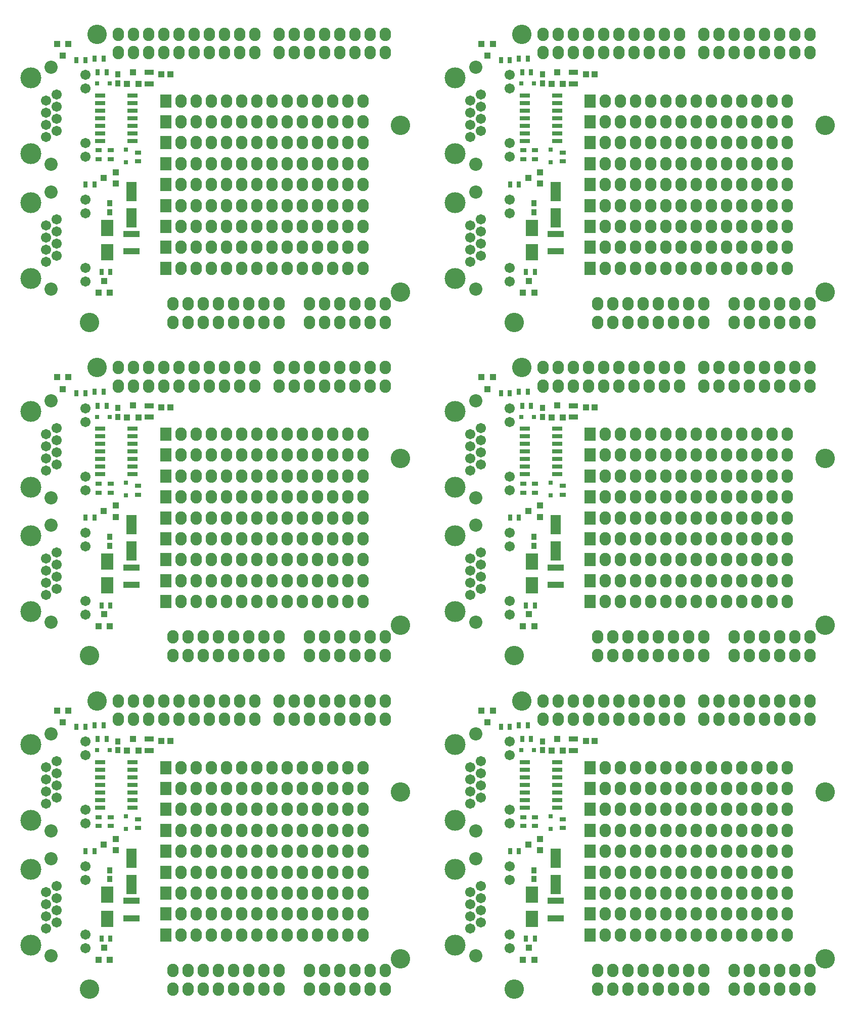
<source format=gbr>
G04 #@! TF.FileFunction,Soldermask,Top*
%FSLAX46Y46*%
G04 Gerber Fmt 4.6, Leading zero omitted, Abs format (unit mm)*
G04 Created by KiCad (PCBNEW no-vcs-found-product) date Sat 17 Oct 2015 11:56:58 AM BRT*
%MOMM*%
G01*
G04 APERTURE LIST*
%ADD10C,0.100000*%
%ADD11C,3.251200*%
%ADD12R,1.930400X2.235200*%
%ADD13O,1.930400X2.235200*%
%ADD14R,1.703200X0.803200*%
%ADD15R,2.703200X1.103200*%
%ADD16R,1.103200X0.703200*%
%ADD17R,1.503200X0.903200*%
%ADD18R,0.703200X1.103200*%
%ADD19R,1.003300X1.003300*%
%ADD20C,2.203200*%
%ADD21C,1.704340*%
%ADD22C,3.503200*%
%ADD23R,0.653200X0.793200*%
%ADD24R,0.793200X0.653200*%
%ADD25R,1.000760X1.000760*%
%ADD26R,2.004060X2.702560*%
%ADD27R,0.953200X1.003200*%
%ADD28R,1.803400X3.202940*%
G04 APERTURE END LIST*
D10*
D11*
X97749995Y-175179990D03*
X149819995Y-170099990D03*
X99019995Y-126919990D03*
X149819995Y-142159990D03*
D12*
X110500795Y-141601190D03*
D13*
X113040795Y-141601190D03*
X115580795Y-141601190D03*
X118120795Y-141601190D03*
X120660795Y-141601190D03*
X123200795Y-141601190D03*
X125740795Y-141601190D03*
X128280795Y-141601190D03*
X130820795Y-141601190D03*
X133360795Y-141601190D03*
X135900795Y-141601190D03*
X138440795Y-141601190D03*
X140980795Y-141601190D03*
X143520795Y-141601190D03*
D12*
X110500795Y-145106390D03*
D13*
X113040795Y-145106390D03*
X115580795Y-145106390D03*
X118120795Y-145106390D03*
X120660795Y-145106390D03*
X123200795Y-145106390D03*
X125740795Y-145106390D03*
X128280795Y-145106390D03*
X130820795Y-145106390D03*
X133360795Y-145106390D03*
X135900795Y-145106390D03*
X138440795Y-145106390D03*
X140980795Y-145106390D03*
X143520795Y-145106390D03*
D12*
X110500795Y-148611590D03*
D13*
X113040795Y-148611590D03*
X115580795Y-148611590D03*
X118120795Y-148611590D03*
X120660795Y-148611590D03*
X123200795Y-148611590D03*
X125740795Y-148611590D03*
X128280795Y-148611590D03*
X130820795Y-148611590D03*
X133360795Y-148611590D03*
X135900795Y-148611590D03*
X138440795Y-148611590D03*
X140980795Y-148611590D03*
X143520795Y-148611590D03*
X129499995Y-130018790D03*
X132039995Y-130018790D03*
X134579995Y-130018790D03*
X137119995Y-130018790D03*
X139659995Y-130018790D03*
X142199995Y-130018790D03*
X144739995Y-130018790D03*
X147279995Y-130018790D03*
X102575995Y-130006090D03*
X105115995Y-130006090D03*
X107655995Y-130006090D03*
X110195995Y-130006090D03*
X112735995Y-130006090D03*
X115275995Y-130006090D03*
X117815995Y-130006090D03*
X120355995Y-130006090D03*
X122895995Y-130006090D03*
X125435995Y-130006090D03*
X134579995Y-172081190D03*
X137119995Y-172081190D03*
X139659995Y-172081190D03*
X142199995Y-172081190D03*
X144739995Y-172081190D03*
X147279995Y-172081190D03*
X111719995Y-172081190D03*
X114259995Y-172081190D03*
X116799995Y-172081190D03*
X119339995Y-172081190D03*
X121879995Y-172081190D03*
X124419995Y-172081190D03*
X126959995Y-172081190D03*
X129499995Y-172081190D03*
D12*
X110500795Y-155621990D03*
D13*
X113040795Y-155621990D03*
X115580795Y-155621990D03*
X118120795Y-155621990D03*
X120660795Y-155621990D03*
X123200795Y-155621990D03*
X125740795Y-155621990D03*
X128280795Y-155621990D03*
X130820795Y-155621990D03*
X133360795Y-155621990D03*
X135900795Y-155621990D03*
X138440795Y-155621990D03*
X140980795Y-155621990D03*
X143520795Y-155621990D03*
D12*
X110500795Y-152116790D03*
D13*
X113040795Y-152116790D03*
X115580795Y-152116790D03*
X118120795Y-152116790D03*
X120660795Y-152116790D03*
X123200795Y-152116790D03*
X125740795Y-152116790D03*
X128280795Y-152116790D03*
X130820795Y-152116790D03*
X133360795Y-152116790D03*
X135900795Y-152116790D03*
X138440795Y-152116790D03*
X140980795Y-152116790D03*
X143520795Y-152116790D03*
D12*
X110500795Y-138095990D03*
D13*
X113040795Y-138095990D03*
X115580795Y-138095990D03*
X118120795Y-138095990D03*
X120660795Y-138095990D03*
X123200795Y-138095990D03*
X125740795Y-138095990D03*
X128280795Y-138095990D03*
X130820795Y-138095990D03*
X133360795Y-138095990D03*
X135900795Y-138095990D03*
X138440795Y-138095990D03*
X140980795Y-138095990D03*
X143520795Y-138095990D03*
D12*
X110500795Y-166137590D03*
D13*
X113040795Y-166137590D03*
X115580795Y-166137590D03*
X118120795Y-166137590D03*
X120660795Y-166137590D03*
X123200795Y-166137590D03*
X125740795Y-166137590D03*
X128280795Y-166137590D03*
X130820795Y-166137590D03*
X133360795Y-166137590D03*
X135900795Y-166137590D03*
X138440795Y-166137590D03*
X140980795Y-166137590D03*
X143520795Y-166137590D03*
D12*
X110500795Y-162632390D03*
D13*
X113040795Y-162632390D03*
X115580795Y-162632390D03*
X118120795Y-162632390D03*
X120660795Y-162632390D03*
X123200795Y-162632390D03*
X125740795Y-162632390D03*
X128280795Y-162632390D03*
X130820795Y-162632390D03*
X133360795Y-162632390D03*
X135900795Y-162632390D03*
X138440795Y-162632390D03*
X140980795Y-162632390D03*
X143520795Y-162632390D03*
D12*
X110500795Y-159127190D03*
D13*
X113040795Y-159127190D03*
X115580795Y-159127190D03*
X118120795Y-159127190D03*
X120660795Y-159127190D03*
X123200795Y-159127190D03*
X125740795Y-159127190D03*
X128280795Y-159127190D03*
X130820795Y-159127190D03*
X133360795Y-159127190D03*
X135900795Y-159127190D03*
X138440795Y-159127190D03*
X140980795Y-159127190D03*
X143520795Y-159127190D03*
D14*
X99520395Y-137181590D03*
X99520395Y-138451590D03*
X99520395Y-139721590D03*
X99520395Y-140991590D03*
X99520395Y-142261590D03*
X99520395Y-143531590D03*
X99520395Y-144801590D03*
X104920395Y-144801590D03*
X104920395Y-143531590D03*
X104920395Y-142261590D03*
X104920395Y-140991590D03*
X104920395Y-139721590D03*
X104920395Y-138451590D03*
X104920395Y-137181590D03*
D15*
X104709595Y-163320390D03*
X104709595Y-160420390D03*
D16*
X101255195Y-147888390D03*
X101255195Y-146388390D03*
X105877995Y-148243990D03*
X105877995Y-146743990D03*
D17*
X107706795Y-133335990D03*
X107706795Y-135235990D03*
D18*
X99082795Y-133320790D03*
X100582795Y-133320790D03*
D16*
X99273995Y-146388390D03*
X99273995Y-147888390D03*
D18*
X97026795Y-131237990D03*
X95526795Y-131237990D03*
X99717795Y-166772590D03*
X101217795Y-166772590D03*
X97050795Y-152065990D03*
X98550795Y-152065990D03*
X98562095Y-130996690D03*
X100062095Y-130996690D03*
D19*
X104013595Y-135286750D03*
X105913595Y-135286750D03*
X104963595Y-133287770D03*
X99238395Y-170262550D03*
X101138395Y-170262550D03*
X100188395Y-168263570D03*
X102103555Y-151949190D03*
X102103555Y-150049190D03*
X100104575Y-150999190D03*
X94191495Y-128535430D03*
X92291495Y-128535430D03*
X93241495Y-130534410D03*
D20*
X91323795Y-132477990D03*
D21*
X97038795Y-147463990D03*
X97038795Y-145177990D03*
X97038795Y-136033990D03*
X97038795Y-133747990D03*
X92212795Y-137049990D03*
X92212795Y-139081990D03*
X92212795Y-141113990D03*
X92212795Y-143145990D03*
X90434795Y-140097990D03*
X90434795Y-142129990D03*
X90434795Y-138065990D03*
X90434795Y-144161990D03*
D22*
X87894795Y-146955990D03*
X87894795Y-134255990D03*
D20*
X91323795Y-148733990D03*
X91323795Y-153365990D03*
D21*
X97038795Y-168351990D03*
X97038795Y-166065990D03*
X97038795Y-156921990D03*
X97038795Y-154635990D03*
X92212795Y-157937990D03*
X92212795Y-159969990D03*
X92212795Y-162001990D03*
X92212795Y-164033990D03*
X90434795Y-160985990D03*
X90434795Y-163017990D03*
X90434795Y-158953990D03*
X90434795Y-165049990D03*
D22*
X87894795Y-167843990D03*
X87894795Y-155143990D03*
D20*
X91323795Y-169621990D03*
D23*
X103845995Y-146235790D03*
X103845995Y-148345790D03*
D24*
X98980995Y-135200390D03*
X101090995Y-135200390D03*
D25*
X111250095Y-133638290D03*
X109751495Y-133638290D03*
D26*
X100696395Y-159414210D03*
X100696395Y-163412170D03*
D27*
X102474395Y-133688390D03*
X102474395Y-135188390D03*
X101102795Y-156778390D03*
X101102795Y-155278390D03*
D13*
X129499995Y-126919990D03*
X132039995Y-126919990D03*
X134579995Y-126919990D03*
X137119995Y-126919990D03*
X139659995Y-126919990D03*
X142199995Y-126919990D03*
X144739995Y-126919990D03*
X147279995Y-126919990D03*
X102575995Y-126932690D03*
X105115995Y-126932690D03*
X107655995Y-126932690D03*
X110195995Y-126932690D03*
X112735995Y-126932690D03*
X115275995Y-126932690D03*
X117815995Y-126932690D03*
X120355995Y-126932690D03*
X122895995Y-126932690D03*
X125435995Y-126932690D03*
X134579995Y-175179990D03*
X137119995Y-175179990D03*
X139659995Y-175179990D03*
X142199995Y-175179990D03*
X144739995Y-175179990D03*
X147279995Y-175179990D03*
X111719995Y-175179990D03*
X114259995Y-175179990D03*
X116799995Y-175179990D03*
X119339995Y-175179990D03*
X121879995Y-175179990D03*
X124419995Y-175179990D03*
X126959995Y-175179990D03*
X129499995Y-175179990D03*
D28*
X104709595Y-157669230D03*
X104709595Y-153269950D03*
D11*
X97749995Y-119339995D03*
X149819995Y-114259995D03*
X99019995Y-71079995D03*
X149819995Y-86319995D03*
D12*
X110500795Y-85761195D03*
D13*
X113040795Y-85761195D03*
X115580795Y-85761195D03*
X118120795Y-85761195D03*
X120660795Y-85761195D03*
X123200795Y-85761195D03*
X125740795Y-85761195D03*
X128280795Y-85761195D03*
X130820795Y-85761195D03*
X133360795Y-85761195D03*
X135900795Y-85761195D03*
X138440795Y-85761195D03*
X140980795Y-85761195D03*
X143520795Y-85761195D03*
D12*
X110500795Y-89266395D03*
D13*
X113040795Y-89266395D03*
X115580795Y-89266395D03*
X118120795Y-89266395D03*
X120660795Y-89266395D03*
X123200795Y-89266395D03*
X125740795Y-89266395D03*
X128280795Y-89266395D03*
X130820795Y-89266395D03*
X133360795Y-89266395D03*
X135900795Y-89266395D03*
X138440795Y-89266395D03*
X140980795Y-89266395D03*
X143520795Y-89266395D03*
D12*
X110500795Y-92771595D03*
D13*
X113040795Y-92771595D03*
X115580795Y-92771595D03*
X118120795Y-92771595D03*
X120660795Y-92771595D03*
X123200795Y-92771595D03*
X125740795Y-92771595D03*
X128280795Y-92771595D03*
X130820795Y-92771595D03*
X133360795Y-92771595D03*
X135900795Y-92771595D03*
X138440795Y-92771595D03*
X140980795Y-92771595D03*
X143520795Y-92771595D03*
X129499995Y-74178795D03*
X132039995Y-74178795D03*
X134579995Y-74178795D03*
X137119995Y-74178795D03*
X139659995Y-74178795D03*
X142199995Y-74178795D03*
X144739995Y-74178795D03*
X147279995Y-74178795D03*
X102575995Y-74166095D03*
X105115995Y-74166095D03*
X107655995Y-74166095D03*
X110195995Y-74166095D03*
X112735995Y-74166095D03*
X115275995Y-74166095D03*
X117815995Y-74166095D03*
X120355995Y-74166095D03*
X122895995Y-74166095D03*
X125435995Y-74166095D03*
X134579995Y-116241195D03*
X137119995Y-116241195D03*
X139659995Y-116241195D03*
X142199995Y-116241195D03*
X144739995Y-116241195D03*
X147279995Y-116241195D03*
X111719995Y-116241195D03*
X114259995Y-116241195D03*
X116799995Y-116241195D03*
X119339995Y-116241195D03*
X121879995Y-116241195D03*
X124419995Y-116241195D03*
X126959995Y-116241195D03*
X129499995Y-116241195D03*
D12*
X110500795Y-99781995D03*
D13*
X113040795Y-99781995D03*
X115580795Y-99781995D03*
X118120795Y-99781995D03*
X120660795Y-99781995D03*
X123200795Y-99781995D03*
X125740795Y-99781995D03*
X128280795Y-99781995D03*
X130820795Y-99781995D03*
X133360795Y-99781995D03*
X135900795Y-99781995D03*
X138440795Y-99781995D03*
X140980795Y-99781995D03*
X143520795Y-99781995D03*
D12*
X110500795Y-96276795D03*
D13*
X113040795Y-96276795D03*
X115580795Y-96276795D03*
X118120795Y-96276795D03*
X120660795Y-96276795D03*
X123200795Y-96276795D03*
X125740795Y-96276795D03*
X128280795Y-96276795D03*
X130820795Y-96276795D03*
X133360795Y-96276795D03*
X135900795Y-96276795D03*
X138440795Y-96276795D03*
X140980795Y-96276795D03*
X143520795Y-96276795D03*
D12*
X110500795Y-82255995D03*
D13*
X113040795Y-82255995D03*
X115580795Y-82255995D03*
X118120795Y-82255995D03*
X120660795Y-82255995D03*
X123200795Y-82255995D03*
X125740795Y-82255995D03*
X128280795Y-82255995D03*
X130820795Y-82255995D03*
X133360795Y-82255995D03*
X135900795Y-82255995D03*
X138440795Y-82255995D03*
X140980795Y-82255995D03*
X143520795Y-82255995D03*
D12*
X110500795Y-110297595D03*
D13*
X113040795Y-110297595D03*
X115580795Y-110297595D03*
X118120795Y-110297595D03*
X120660795Y-110297595D03*
X123200795Y-110297595D03*
X125740795Y-110297595D03*
X128280795Y-110297595D03*
X130820795Y-110297595D03*
X133360795Y-110297595D03*
X135900795Y-110297595D03*
X138440795Y-110297595D03*
X140980795Y-110297595D03*
X143520795Y-110297595D03*
D12*
X110500795Y-106792395D03*
D13*
X113040795Y-106792395D03*
X115580795Y-106792395D03*
X118120795Y-106792395D03*
X120660795Y-106792395D03*
X123200795Y-106792395D03*
X125740795Y-106792395D03*
X128280795Y-106792395D03*
X130820795Y-106792395D03*
X133360795Y-106792395D03*
X135900795Y-106792395D03*
X138440795Y-106792395D03*
X140980795Y-106792395D03*
X143520795Y-106792395D03*
D12*
X110500795Y-103287195D03*
D13*
X113040795Y-103287195D03*
X115580795Y-103287195D03*
X118120795Y-103287195D03*
X120660795Y-103287195D03*
X123200795Y-103287195D03*
X125740795Y-103287195D03*
X128280795Y-103287195D03*
X130820795Y-103287195D03*
X133360795Y-103287195D03*
X135900795Y-103287195D03*
X138440795Y-103287195D03*
X140980795Y-103287195D03*
X143520795Y-103287195D03*
D14*
X99520395Y-81341595D03*
X99520395Y-82611595D03*
X99520395Y-83881595D03*
X99520395Y-85151595D03*
X99520395Y-86421595D03*
X99520395Y-87691595D03*
X99520395Y-88961595D03*
X104920395Y-88961595D03*
X104920395Y-87691595D03*
X104920395Y-86421595D03*
X104920395Y-85151595D03*
X104920395Y-83881595D03*
X104920395Y-82611595D03*
X104920395Y-81341595D03*
D15*
X104709595Y-107480395D03*
X104709595Y-104580395D03*
D16*
X101255195Y-92048395D03*
X101255195Y-90548395D03*
X105877995Y-92403995D03*
X105877995Y-90903995D03*
D17*
X107706795Y-77495995D03*
X107706795Y-79395995D03*
D18*
X99082795Y-77480795D03*
X100582795Y-77480795D03*
D16*
X99273995Y-90548395D03*
X99273995Y-92048395D03*
D18*
X97026795Y-75397995D03*
X95526795Y-75397995D03*
X99717795Y-110932595D03*
X101217795Y-110932595D03*
X97050795Y-96225995D03*
X98550795Y-96225995D03*
X98562095Y-75156695D03*
X100062095Y-75156695D03*
D19*
X104013595Y-79446755D03*
X105913595Y-79446755D03*
X104963595Y-77447775D03*
X99238395Y-114422555D03*
X101138395Y-114422555D03*
X100188395Y-112423575D03*
X102103555Y-96109195D03*
X102103555Y-94209195D03*
X100104575Y-95159195D03*
X94191495Y-72695435D03*
X92291495Y-72695435D03*
X93241495Y-74694415D03*
D20*
X91323795Y-76637995D03*
D21*
X97038795Y-91623995D03*
X97038795Y-89337995D03*
X97038795Y-80193995D03*
X97038795Y-77907995D03*
X92212795Y-81209995D03*
X92212795Y-83241995D03*
X92212795Y-85273995D03*
X92212795Y-87305995D03*
X90434795Y-84257995D03*
X90434795Y-86289995D03*
X90434795Y-82225995D03*
X90434795Y-88321995D03*
D22*
X87894795Y-91115995D03*
X87894795Y-78415995D03*
D20*
X91323795Y-92893995D03*
X91323795Y-97525995D03*
D21*
X97038795Y-112511995D03*
X97038795Y-110225995D03*
X97038795Y-101081995D03*
X97038795Y-98795995D03*
X92212795Y-102097995D03*
X92212795Y-104129995D03*
X92212795Y-106161995D03*
X92212795Y-108193995D03*
X90434795Y-105145995D03*
X90434795Y-107177995D03*
X90434795Y-103113995D03*
X90434795Y-109209995D03*
D22*
X87894795Y-112003995D03*
X87894795Y-99303995D03*
D20*
X91323795Y-113781995D03*
D23*
X103845995Y-90395795D03*
X103845995Y-92505795D03*
D24*
X98980995Y-79360395D03*
X101090995Y-79360395D03*
D25*
X111250095Y-77798295D03*
X109751495Y-77798295D03*
D26*
X100696395Y-103574215D03*
X100696395Y-107572175D03*
D27*
X102474395Y-77848395D03*
X102474395Y-79348395D03*
X101102795Y-100938395D03*
X101102795Y-99438395D03*
D13*
X129499995Y-71079995D03*
X132039995Y-71079995D03*
X134579995Y-71079995D03*
X137119995Y-71079995D03*
X139659995Y-71079995D03*
X142199995Y-71079995D03*
X144739995Y-71079995D03*
X147279995Y-71079995D03*
X102575995Y-71092695D03*
X105115995Y-71092695D03*
X107655995Y-71092695D03*
X110195995Y-71092695D03*
X112735995Y-71092695D03*
X115275995Y-71092695D03*
X117815995Y-71092695D03*
X120355995Y-71092695D03*
X122895995Y-71092695D03*
X125435995Y-71092695D03*
X134579995Y-119339995D03*
X137119995Y-119339995D03*
X139659995Y-119339995D03*
X142199995Y-119339995D03*
X144739995Y-119339995D03*
X147279995Y-119339995D03*
X111719995Y-119339995D03*
X114259995Y-119339995D03*
X116799995Y-119339995D03*
X119339995Y-119339995D03*
X121879995Y-119339995D03*
X124419995Y-119339995D03*
X126959995Y-119339995D03*
X129499995Y-119339995D03*
D28*
X104709595Y-101829235D03*
X104709595Y-97429955D03*
D11*
X97749995Y-63500000D03*
X149819995Y-58420000D03*
X99019995Y-15240000D03*
X149819995Y-30480000D03*
D12*
X110500795Y-29921200D03*
D13*
X113040795Y-29921200D03*
X115580795Y-29921200D03*
X118120795Y-29921200D03*
X120660795Y-29921200D03*
X123200795Y-29921200D03*
X125740795Y-29921200D03*
X128280795Y-29921200D03*
X130820795Y-29921200D03*
X133360795Y-29921200D03*
X135900795Y-29921200D03*
X138440795Y-29921200D03*
X140980795Y-29921200D03*
X143520795Y-29921200D03*
D12*
X110500795Y-33426400D03*
D13*
X113040795Y-33426400D03*
X115580795Y-33426400D03*
X118120795Y-33426400D03*
X120660795Y-33426400D03*
X123200795Y-33426400D03*
X125740795Y-33426400D03*
X128280795Y-33426400D03*
X130820795Y-33426400D03*
X133360795Y-33426400D03*
X135900795Y-33426400D03*
X138440795Y-33426400D03*
X140980795Y-33426400D03*
X143520795Y-33426400D03*
D12*
X110500795Y-36931600D03*
D13*
X113040795Y-36931600D03*
X115580795Y-36931600D03*
X118120795Y-36931600D03*
X120660795Y-36931600D03*
X123200795Y-36931600D03*
X125740795Y-36931600D03*
X128280795Y-36931600D03*
X130820795Y-36931600D03*
X133360795Y-36931600D03*
X135900795Y-36931600D03*
X138440795Y-36931600D03*
X140980795Y-36931600D03*
X143520795Y-36931600D03*
X129499995Y-18338800D03*
X132039995Y-18338800D03*
X134579995Y-18338800D03*
X137119995Y-18338800D03*
X139659995Y-18338800D03*
X142199995Y-18338800D03*
X144739995Y-18338800D03*
X147279995Y-18338800D03*
X102575995Y-18326100D03*
X105115995Y-18326100D03*
X107655995Y-18326100D03*
X110195995Y-18326100D03*
X112735995Y-18326100D03*
X115275995Y-18326100D03*
X117815995Y-18326100D03*
X120355995Y-18326100D03*
X122895995Y-18326100D03*
X125435995Y-18326100D03*
X134579995Y-60401200D03*
X137119995Y-60401200D03*
X139659995Y-60401200D03*
X142199995Y-60401200D03*
X144739995Y-60401200D03*
X147279995Y-60401200D03*
X111719995Y-60401200D03*
X114259995Y-60401200D03*
X116799995Y-60401200D03*
X119339995Y-60401200D03*
X121879995Y-60401200D03*
X124419995Y-60401200D03*
X126959995Y-60401200D03*
X129499995Y-60401200D03*
D12*
X110500795Y-43942000D03*
D13*
X113040795Y-43942000D03*
X115580795Y-43942000D03*
X118120795Y-43942000D03*
X120660795Y-43942000D03*
X123200795Y-43942000D03*
X125740795Y-43942000D03*
X128280795Y-43942000D03*
X130820795Y-43942000D03*
X133360795Y-43942000D03*
X135900795Y-43942000D03*
X138440795Y-43942000D03*
X140980795Y-43942000D03*
X143520795Y-43942000D03*
D12*
X110500795Y-40436800D03*
D13*
X113040795Y-40436800D03*
X115580795Y-40436800D03*
X118120795Y-40436800D03*
X120660795Y-40436800D03*
X123200795Y-40436800D03*
X125740795Y-40436800D03*
X128280795Y-40436800D03*
X130820795Y-40436800D03*
X133360795Y-40436800D03*
X135900795Y-40436800D03*
X138440795Y-40436800D03*
X140980795Y-40436800D03*
X143520795Y-40436800D03*
D12*
X110500795Y-26416000D03*
D13*
X113040795Y-26416000D03*
X115580795Y-26416000D03*
X118120795Y-26416000D03*
X120660795Y-26416000D03*
X123200795Y-26416000D03*
X125740795Y-26416000D03*
X128280795Y-26416000D03*
X130820795Y-26416000D03*
X133360795Y-26416000D03*
X135900795Y-26416000D03*
X138440795Y-26416000D03*
X140980795Y-26416000D03*
X143520795Y-26416000D03*
D12*
X110500795Y-54457600D03*
D13*
X113040795Y-54457600D03*
X115580795Y-54457600D03*
X118120795Y-54457600D03*
X120660795Y-54457600D03*
X123200795Y-54457600D03*
X125740795Y-54457600D03*
X128280795Y-54457600D03*
X130820795Y-54457600D03*
X133360795Y-54457600D03*
X135900795Y-54457600D03*
X138440795Y-54457600D03*
X140980795Y-54457600D03*
X143520795Y-54457600D03*
D12*
X110500795Y-50952400D03*
D13*
X113040795Y-50952400D03*
X115580795Y-50952400D03*
X118120795Y-50952400D03*
X120660795Y-50952400D03*
X123200795Y-50952400D03*
X125740795Y-50952400D03*
X128280795Y-50952400D03*
X130820795Y-50952400D03*
X133360795Y-50952400D03*
X135900795Y-50952400D03*
X138440795Y-50952400D03*
X140980795Y-50952400D03*
X143520795Y-50952400D03*
D12*
X110500795Y-47447200D03*
D13*
X113040795Y-47447200D03*
X115580795Y-47447200D03*
X118120795Y-47447200D03*
X120660795Y-47447200D03*
X123200795Y-47447200D03*
X125740795Y-47447200D03*
X128280795Y-47447200D03*
X130820795Y-47447200D03*
X133360795Y-47447200D03*
X135900795Y-47447200D03*
X138440795Y-47447200D03*
X140980795Y-47447200D03*
X143520795Y-47447200D03*
D14*
X99520395Y-25501600D03*
X99520395Y-26771600D03*
X99520395Y-28041600D03*
X99520395Y-29311600D03*
X99520395Y-30581600D03*
X99520395Y-31851600D03*
X99520395Y-33121600D03*
X104920395Y-33121600D03*
X104920395Y-31851600D03*
X104920395Y-30581600D03*
X104920395Y-29311600D03*
X104920395Y-28041600D03*
X104920395Y-26771600D03*
X104920395Y-25501600D03*
D15*
X104709595Y-51640400D03*
X104709595Y-48740400D03*
D16*
X101255195Y-36208400D03*
X101255195Y-34708400D03*
X105877995Y-36564000D03*
X105877995Y-35064000D03*
D17*
X107706795Y-21656000D03*
X107706795Y-23556000D03*
D18*
X99082795Y-21640800D03*
X100582795Y-21640800D03*
D16*
X99273995Y-34708400D03*
X99273995Y-36208400D03*
D18*
X97026795Y-19558000D03*
X95526795Y-19558000D03*
X99717795Y-55092600D03*
X101217795Y-55092600D03*
X97050795Y-40386000D03*
X98550795Y-40386000D03*
X98562095Y-19316700D03*
X100062095Y-19316700D03*
D19*
X104013595Y-23606760D03*
X105913595Y-23606760D03*
X104963595Y-21607780D03*
X99238395Y-58582560D03*
X101138395Y-58582560D03*
X100188395Y-56583580D03*
X102103555Y-40269200D03*
X102103555Y-38369200D03*
X100104575Y-39319200D03*
X94191495Y-16855440D03*
X92291495Y-16855440D03*
X93241495Y-18854420D03*
D20*
X91323795Y-20798000D03*
D21*
X97038795Y-35784000D03*
X97038795Y-33498000D03*
X97038795Y-24354000D03*
X97038795Y-22068000D03*
X92212795Y-25370000D03*
X92212795Y-27402000D03*
X92212795Y-29434000D03*
X92212795Y-31466000D03*
X90434795Y-28418000D03*
X90434795Y-30450000D03*
X90434795Y-26386000D03*
X90434795Y-32482000D03*
D22*
X87894795Y-35276000D03*
X87894795Y-22576000D03*
D20*
X91323795Y-37054000D03*
X91323795Y-41686000D03*
D21*
X97038795Y-56672000D03*
X97038795Y-54386000D03*
X97038795Y-45242000D03*
X97038795Y-42956000D03*
X92212795Y-46258000D03*
X92212795Y-48290000D03*
X92212795Y-50322000D03*
X92212795Y-52354000D03*
X90434795Y-49306000D03*
X90434795Y-51338000D03*
X90434795Y-47274000D03*
X90434795Y-53370000D03*
D22*
X87894795Y-56164000D03*
X87894795Y-43464000D03*
D20*
X91323795Y-57942000D03*
D23*
X103845995Y-34555800D03*
X103845995Y-36665800D03*
D24*
X98980995Y-23520400D03*
X101090995Y-23520400D03*
D25*
X111250095Y-21958300D03*
X109751495Y-21958300D03*
D26*
X100696395Y-47734220D03*
X100696395Y-51732180D03*
D27*
X102474395Y-22008400D03*
X102474395Y-23508400D03*
X101102795Y-45098400D03*
X101102795Y-43598400D03*
D13*
X129499995Y-15240000D03*
X132039995Y-15240000D03*
X134579995Y-15240000D03*
X137119995Y-15240000D03*
X139659995Y-15240000D03*
X142199995Y-15240000D03*
X144739995Y-15240000D03*
X147279995Y-15240000D03*
X102575995Y-15252700D03*
X105115995Y-15252700D03*
X107655995Y-15252700D03*
X110195995Y-15252700D03*
X112735995Y-15252700D03*
X115275995Y-15252700D03*
X117815995Y-15252700D03*
X120355995Y-15252700D03*
X122895995Y-15252700D03*
X125435995Y-15252700D03*
X134579995Y-63500000D03*
X137119995Y-63500000D03*
X139659995Y-63500000D03*
X142199995Y-63500000D03*
X144739995Y-63500000D03*
X147279995Y-63500000D03*
X111719995Y-63500000D03*
X114259995Y-63500000D03*
X116799995Y-63500000D03*
X119339995Y-63500000D03*
X121879995Y-63500000D03*
X124419995Y-63500000D03*
X126959995Y-63500000D03*
X129499995Y-63500000D03*
D28*
X104709595Y-45989240D03*
X104709595Y-41589960D03*
D11*
X26670000Y-175179990D03*
X78740000Y-170099990D03*
X27940000Y-126919990D03*
X78740000Y-142159990D03*
D12*
X39420800Y-141601190D03*
D13*
X41960800Y-141601190D03*
X44500800Y-141601190D03*
X47040800Y-141601190D03*
X49580800Y-141601190D03*
X52120800Y-141601190D03*
X54660800Y-141601190D03*
X57200800Y-141601190D03*
X59740800Y-141601190D03*
X62280800Y-141601190D03*
X64820800Y-141601190D03*
X67360800Y-141601190D03*
X69900800Y-141601190D03*
X72440800Y-141601190D03*
D12*
X39420800Y-145106390D03*
D13*
X41960800Y-145106390D03*
X44500800Y-145106390D03*
X47040800Y-145106390D03*
X49580800Y-145106390D03*
X52120800Y-145106390D03*
X54660800Y-145106390D03*
X57200800Y-145106390D03*
X59740800Y-145106390D03*
X62280800Y-145106390D03*
X64820800Y-145106390D03*
X67360800Y-145106390D03*
X69900800Y-145106390D03*
X72440800Y-145106390D03*
D12*
X39420800Y-148611590D03*
D13*
X41960800Y-148611590D03*
X44500800Y-148611590D03*
X47040800Y-148611590D03*
X49580800Y-148611590D03*
X52120800Y-148611590D03*
X54660800Y-148611590D03*
X57200800Y-148611590D03*
X59740800Y-148611590D03*
X62280800Y-148611590D03*
X64820800Y-148611590D03*
X67360800Y-148611590D03*
X69900800Y-148611590D03*
X72440800Y-148611590D03*
X58420000Y-130018790D03*
X60960000Y-130018790D03*
X63500000Y-130018790D03*
X66040000Y-130018790D03*
X68580000Y-130018790D03*
X71120000Y-130018790D03*
X73660000Y-130018790D03*
X76200000Y-130018790D03*
X31496000Y-130006090D03*
X34036000Y-130006090D03*
X36576000Y-130006090D03*
X39116000Y-130006090D03*
X41656000Y-130006090D03*
X44196000Y-130006090D03*
X46736000Y-130006090D03*
X49276000Y-130006090D03*
X51816000Y-130006090D03*
X54356000Y-130006090D03*
X63500000Y-172081190D03*
X66040000Y-172081190D03*
X68580000Y-172081190D03*
X71120000Y-172081190D03*
X73660000Y-172081190D03*
X76200000Y-172081190D03*
X40640000Y-172081190D03*
X43180000Y-172081190D03*
X45720000Y-172081190D03*
X48260000Y-172081190D03*
X50800000Y-172081190D03*
X53340000Y-172081190D03*
X55880000Y-172081190D03*
X58420000Y-172081190D03*
D12*
X39420800Y-155621990D03*
D13*
X41960800Y-155621990D03*
X44500800Y-155621990D03*
X47040800Y-155621990D03*
X49580800Y-155621990D03*
X52120800Y-155621990D03*
X54660800Y-155621990D03*
X57200800Y-155621990D03*
X59740800Y-155621990D03*
X62280800Y-155621990D03*
X64820800Y-155621990D03*
X67360800Y-155621990D03*
X69900800Y-155621990D03*
X72440800Y-155621990D03*
D12*
X39420800Y-152116790D03*
D13*
X41960800Y-152116790D03*
X44500800Y-152116790D03*
X47040800Y-152116790D03*
X49580800Y-152116790D03*
X52120800Y-152116790D03*
X54660800Y-152116790D03*
X57200800Y-152116790D03*
X59740800Y-152116790D03*
X62280800Y-152116790D03*
X64820800Y-152116790D03*
X67360800Y-152116790D03*
X69900800Y-152116790D03*
X72440800Y-152116790D03*
D12*
X39420800Y-138095990D03*
D13*
X41960800Y-138095990D03*
X44500800Y-138095990D03*
X47040800Y-138095990D03*
X49580800Y-138095990D03*
X52120800Y-138095990D03*
X54660800Y-138095990D03*
X57200800Y-138095990D03*
X59740800Y-138095990D03*
X62280800Y-138095990D03*
X64820800Y-138095990D03*
X67360800Y-138095990D03*
X69900800Y-138095990D03*
X72440800Y-138095990D03*
D12*
X39420800Y-166137590D03*
D13*
X41960800Y-166137590D03*
X44500800Y-166137590D03*
X47040800Y-166137590D03*
X49580800Y-166137590D03*
X52120800Y-166137590D03*
X54660800Y-166137590D03*
X57200800Y-166137590D03*
X59740800Y-166137590D03*
X62280800Y-166137590D03*
X64820800Y-166137590D03*
X67360800Y-166137590D03*
X69900800Y-166137590D03*
X72440800Y-166137590D03*
D12*
X39420800Y-162632390D03*
D13*
X41960800Y-162632390D03*
X44500800Y-162632390D03*
X47040800Y-162632390D03*
X49580800Y-162632390D03*
X52120800Y-162632390D03*
X54660800Y-162632390D03*
X57200800Y-162632390D03*
X59740800Y-162632390D03*
X62280800Y-162632390D03*
X64820800Y-162632390D03*
X67360800Y-162632390D03*
X69900800Y-162632390D03*
X72440800Y-162632390D03*
D12*
X39420800Y-159127190D03*
D13*
X41960800Y-159127190D03*
X44500800Y-159127190D03*
X47040800Y-159127190D03*
X49580800Y-159127190D03*
X52120800Y-159127190D03*
X54660800Y-159127190D03*
X57200800Y-159127190D03*
X59740800Y-159127190D03*
X62280800Y-159127190D03*
X64820800Y-159127190D03*
X67360800Y-159127190D03*
X69900800Y-159127190D03*
X72440800Y-159127190D03*
D14*
X28440400Y-137181590D03*
X28440400Y-138451590D03*
X28440400Y-139721590D03*
X28440400Y-140991590D03*
X28440400Y-142261590D03*
X28440400Y-143531590D03*
X28440400Y-144801590D03*
X33840400Y-144801590D03*
X33840400Y-143531590D03*
X33840400Y-142261590D03*
X33840400Y-140991590D03*
X33840400Y-139721590D03*
X33840400Y-138451590D03*
X33840400Y-137181590D03*
D15*
X33629600Y-163320390D03*
X33629600Y-160420390D03*
D16*
X30175200Y-147888390D03*
X30175200Y-146388390D03*
X34798000Y-148243990D03*
X34798000Y-146743990D03*
D17*
X36626800Y-133335990D03*
X36626800Y-135235990D03*
D18*
X28002800Y-133320790D03*
X29502800Y-133320790D03*
D16*
X28194000Y-146388390D03*
X28194000Y-147888390D03*
D18*
X25946800Y-131237990D03*
X24446800Y-131237990D03*
X28637800Y-166772590D03*
X30137800Y-166772590D03*
X25970800Y-152065990D03*
X27470800Y-152065990D03*
X27482100Y-130996690D03*
X28982100Y-130996690D03*
D19*
X32933600Y-135286750D03*
X34833600Y-135286750D03*
X33883600Y-133287770D03*
X28158400Y-170262550D03*
X30058400Y-170262550D03*
X29108400Y-168263570D03*
X31023560Y-151949190D03*
X31023560Y-150049190D03*
X29024580Y-150999190D03*
X23111500Y-128535430D03*
X21211500Y-128535430D03*
X22161500Y-130534410D03*
D20*
X20243800Y-132477990D03*
D21*
X25958800Y-147463990D03*
X25958800Y-145177990D03*
X25958800Y-136033990D03*
X25958800Y-133747990D03*
X21132800Y-137049990D03*
X21132800Y-139081990D03*
X21132800Y-141113990D03*
X21132800Y-143145990D03*
X19354800Y-140097990D03*
X19354800Y-142129990D03*
X19354800Y-138065990D03*
X19354800Y-144161990D03*
D22*
X16814800Y-146955990D03*
X16814800Y-134255990D03*
D20*
X20243800Y-148733990D03*
X20243800Y-153365990D03*
D21*
X25958800Y-168351990D03*
X25958800Y-166065990D03*
X25958800Y-156921990D03*
X25958800Y-154635990D03*
X21132800Y-157937990D03*
X21132800Y-159969990D03*
X21132800Y-162001990D03*
X21132800Y-164033990D03*
X19354800Y-160985990D03*
X19354800Y-163017990D03*
X19354800Y-158953990D03*
X19354800Y-165049990D03*
D22*
X16814800Y-167843990D03*
X16814800Y-155143990D03*
D20*
X20243800Y-169621990D03*
D23*
X32766000Y-146235790D03*
X32766000Y-148345790D03*
D24*
X27901000Y-135200390D03*
X30011000Y-135200390D03*
D25*
X40170100Y-133638290D03*
X38671500Y-133638290D03*
D26*
X29616400Y-159414210D03*
X29616400Y-163412170D03*
D27*
X31394400Y-133688390D03*
X31394400Y-135188390D03*
X30022800Y-156778390D03*
X30022800Y-155278390D03*
D13*
X58420000Y-126919990D03*
X60960000Y-126919990D03*
X63500000Y-126919990D03*
X66040000Y-126919990D03*
X68580000Y-126919990D03*
X71120000Y-126919990D03*
X73660000Y-126919990D03*
X76200000Y-126919990D03*
X31496000Y-126932690D03*
X34036000Y-126932690D03*
X36576000Y-126932690D03*
X39116000Y-126932690D03*
X41656000Y-126932690D03*
X44196000Y-126932690D03*
X46736000Y-126932690D03*
X49276000Y-126932690D03*
X51816000Y-126932690D03*
X54356000Y-126932690D03*
X63500000Y-175179990D03*
X66040000Y-175179990D03*
X68580000Y-175179990D03*
X71120000Y-175179990D03*
X73660000Y-175179990D03*
X76200000Y-175179990D03*
X40640000Y-175179990D03*
X43180000Y-175179990D03*
X45720000Y-175179990D03*
X48260000Y-175179990D03*
X50800000Y-175179990D03*
X53340000Y-175179990D03*
X55880000Y-175179990D03*
X58420000Y-175179990D03*
D28*
X33629600Y-157669230D03*
X33629600Y-153269950D03*
D11*
X26670000Y-119339995D03*
X78740000Y-114259995D03*
X27940000Y-71079995D03*
X78740000Y-86319995D03*
D12*
X39420800Y-85761195D03*
D13*
X41960800Y-85761195D03*
X44500800Y-85761195D03*
X47040800Y-85761195D03*
X49580800Y-85761195D03*
X52120800Y-85761195D03*
X54660800Y-85761195D03*
X57200800Y-85761195D03*
X59740800Y-85761195D03*
X62280800Y-85761195D03*
X64820800Y-85761195D03*
X67360800Y-85761195D03*
X69900800Y-85761195D03*
X72440800Y-85761195D03*
D12*
X39420800Y-89266395D03*
D13*
X41960800Y-89266395D03*
X44500800Y-89266395D03*
X47040800Y-89266395D03*
X49580800Y-89266395D03*
X52120800Y-89266395D03*
X54660800Y-89266395D03*
X57200800Y-89266395D03*
X59740800Y-89266395D03*
X62280800Y-89266395D03*
X64820800Y-89266395D03*
X67360800Y-89266395D03*
X69900800Y-89266395D03*
X72440800Y-89266395D03*
D12*
X39420800Y-92771595D03*
D13*
X41960800Y-92771595D03*
X44500800Y-92771595D03*
X47040800Y-92771595D03*
X49580800Y-92771595D03*
X52120800Y-92771595D03*
X54660800Y-92771595D03*
X57200800Y-92771595D03*
X59740800Y-92771595D03*
X62280800Y-92771595D03*
X64820800Y-92771595D03*
X67360800Y-92771595D03*
X69900800Y-92771595D03*
X72440800Y-92771595D03*
X58420000Y-74178795D03*
X60960000Y-74178795D03*
X63500000Y-74178795D03*
X66040000Y-74178795D03*
X68580000Y-74178795D03*
X71120000Y-74178795D03*
X73660000Y-74178795D03*
X76200000Y-74178795D03*
X31496000Y-74166095D03*
X34036000Y-74166095D03*
X36576000Y-74166095D03*
X39116000Y-74166095D03*
X41656000Y-74166095D03*
X44196000Y-74166095D03*
X46736000Y-74166095D03*
X49276000Y-74166095D03*
X51816000Y-74166095D03*
X54356000Y-74166095D03*
X63500000Y-116241195D03*
X66040000Y-116241195D03*
X68580000Y-116241195D03*
X71120000Y-116241195D03*
X73660000Y-116241195D03*
X76200000Y-116241195D03*
X40640000Y-116241195D03*
X43180000Y-116241195D03*
X45720000Y-116241195D03*
X48260000Y-116241195D03*
X50800000Y-116241195D03*
X53340000Y-116241195D03*
X55880000Y-116241195D03*
X58420000Y-116241195D03*
D12*
X39420800Y-99781995D03*
D13*
X41960800Y-99781995D03*
X44500800Y-99781995D03*
X47040800Y-99781995D03*
X49580800Y-99781995D03*
X52120800Y-99781995D03*
X54660800Y-99781995D03*
X57200800Y-99781995D03*
X59740800Y-99781995D03*
X62280800Y-99781995D03*
X64820800Y-99781995D03*
X67360800Y-99781995D03*
X69900800Y-99781995D03*
X72440800Y-99781995D03*
D12*
X39420800Y-96276795D03*
D13*
X41960800Y-96276795D03*
X44500800Y-96276795D03*
X47040800Y-96276795D03*
X49580800Y-96276795D03*
X52120800Y-96276795D03*
X54660800Y-96276795D03*
X57200800Y-96276795D03*
X59740800Y-96276795D03*
X62280800Y-96276795D03*
X64820800Y-96276795D03*
X67360800Y-96276795D03*
X69900800Y-96276795D03*
X72440800Y-96276795D03*
D12*
X39420800Y-82255995D03*
D13*
X41960800Y-82255995D03*
X44500800Y-82255995D03*
X47040800Y-82255995D03*
X49580800Y-82255995D03*
X52120800Y-82255995D03*
X54660800Y-82255995D03*
X57200800Y-82255995D03*
X59740800Y-82255995D03*
X62280800Y-82255995D03*
X64820800Y-82255995D03*
X67360800Y-82255995D03*
X69900800Y-82255995D03*
X72440800Y-82255995D03*
D12*
X39420800Y-110297595D03*
D13*
X41960800Y-110297595D03*
X44500800Y-110297595D03*
X47040800Y-110297595D03*
X49580800Y-110297595D03*
X52120800Y-110297595D03*
X54660800Y-110297595D03*
X57200800Y-110297595D03*
X59740800Y-110297595D03*
X62280800Y-110297595D03*
X64820800Y-110297595D03*
X67360800Y-110297595D03*
X69900800Y-110297595D03*
X72440800Y-110297595D03*
D12*
X39420800Y-106792395D03*
D13*
X41960800Y-106792395D03*
X44500800Y-106792395D03*
X47040800Y-106792395D03*
X49580800Y-106792395D03*
X52120800Y-106792395D03*
X54660800Y-106792395D03*
X57200800Y-106792395D03*
X59740800Y-106792395D03*
X62280800Y-106792395D03*
X64820800Y-106792395D03*
X67360800Y-106792395D03*
X69900800Y-106792395D03*
X72440800Y-106792395D03*
D12*
X39420800Y-103287195D03*
D13*
X41960800Y-103287195D03*
X44500800Y-103287195D03*
X47040800Y-103287195D03*
X49580800Y-103287195D03*
X52120800Y-103287195D03*
X54660800Y-103287195D03*
X57200800Y-103287195D03*
X59740800Y-103287195D03*
X62280800Y-103287195D03*
X64820800Y-103287195D03*
X67360800Y-103287195D03*
X69900800Y-103287195D03*
X72440800Y-103287195D03*
D14*
X28440400Y-81341595D03*
X28440400Y-82611595D03*
X28440400Y-83881595D03*
X28440400Y-85151595D03*
X28440400Y-86421595D03*
X28440400Y-87691595D03*
X28440400Y-88961595D03*
X33840400Y-88961595D03*
X33840400Y-87691595D03*
X33840400Y-86421595D03*
X33840400Y-85151595D03*
X33840400Y-83881595D03*
X33840400Y-82611595D03*
X33840400Y-81341595D03*
D15*
X33629600Y-107480395D03*
X33629600Y-104580395D03*
D16*
X30175200Y-92048395D03*
X30175200Y-90548395D03*
X34798000Y-92403995D03*
X34798000Y-90903995D03*
D17*
X36626800Y-77495995D03*
X36626800Y-79395995D03*
D18*
X28002800Y-77480795D03*
X29502800Y-77480795D03*
D16*
X28194000Y-90548395D03*
X28194000Y-92048395D03*
D18*
X25946800Y-75397995D03*
X24446800Y-75397995D03*
X28637800Y-110932595D03*
X30137800Y-110932595D03*
X25970800Y-96225995D03*
X27470800Y-96225995D03*
X27482100Y-75156695D03*
X28982100Y-75156695D03*
D19*
X32933600Y-79446755D03*
X34833600Y-79446755D03*
X33883600Y-77447775D03*
X28158400Y-114422555D03*
X30058400Y-114422555D03*
X29108400Y-112423575D03*
X31023560Y-96109195D03*
X31023560Y-94209195D03*
X29024580Y-95159195D03*
X23111500Y-72695435D03*
X21211500Y-72695435D03*
X22161500Y-74694415D03*
D20*
X20243800Y-76637995D03*
D21*
X25958800Y-91623995D03*
X25958800Y-89337995D03*
X25958800Y-80193995D03*
X25958800Y-77907995D03*
X21132800Y-81209995D03*
X21132800Y-83241995D03*
X21132800Y-85273995D03*
X21132800Y-87305995D03*
X19354800Y-84257995D03*
X19354800Y-86289995D03*
X19354800Y-82225995D03*
X19354800Y-88321995D03*
D22*
X16814800Y-91115995D03*
X16814800Y-78415995D03*
D20*
X20243800Y-92893995D03*
X20243800Y-97525995D03*
D21*
X25958800Y-112511995D03*
X25958800Y-110225995D03*
X25958800Y-101081995D03*
X25958800Y-98795995D03*
X21132800Y-102097995D03*
X21132800Y-104129995D03*
X21132800Y-106161995D03*
X21132800Y-108193995D03*
X19354800Y-105145995D03*
X19354800Y-107177995D03*
X19354800Y-103113995D03*
X19354800Y-109209995D03*
D22*
X16814800Y-112003995D03*
X16814800Y-99303995D03*
D20*
X20243800Y-113781995D03*
D23*
X32766000Y-90395795D03*
X32766000Y-92505795D03*
D24*
X27901000Y-79360395D03*
X30011000Y-79360395D03*
D25*
X40170100Y-77798295D03*
X38671500Y-77798295D03*
D26*
X29616400Y-103574215D03*
X29616400Y-107572175D03*
D27*
X31394400Y-77848395D03*
X31394400Y-79348395D03*
X30022800Y-100938395D03*
X30022800Y-99438395D03*
D13*
X58420000Y-71079995D03*
X60960000Y-71079995D03*
X63500000Y-71079995D03*
X66040000Y-71079995D03*
X68580000Y-71079995D03*
X71120000Y-71079995D03*
X73660000Y-71079995D03*
X76200000Y-71079995D03*
X31496000Y-71092695D03*
X34036000Y-71092695D03*
X36576000Y-71092695D03*
X39116000Y-71092695D03*
X41656000Y-71092695D03*
X44196000Y-71092695D03*
X46736000Y-71092695D03*
X49276000Y-71092695D03*
X51816000Y-71092695D03*
X54356000Y-71092695D03*
X63500000Y-119339995D03*
X66040000Y-119339995D03*
X68580000Y-119339995D03*
X71120000Y-119339995D03*
X73660000Y-119339995D03*
X76200000Y-119339995D03*
X40640000Y-119339995D03*
X43180000Y-119339995D03*
X45720000Y-119339995D03*
X48260000Y-119339995D03*
X50800000Y-119339995D03*
X53340000Y-119339995D03*
X55880000Y-119339995D03*
X58420000Y-119339995D03*
D28*
X33629600Y-101829235D03*
X33629600Y-97429955D03*
X33629600Y-45989240D03*
X33629600Y-41589960D03*
D13*
X40640000Y-63500000D03*
X43180000Y-63500000D03*
X45720000Y-63500000D03*
X48260000Y-63500000D03*
X50800000Y-63500000D03*
X53340000Y-63500000D03*
X55880000Y-63500000D03*
X58420000Y-63500000D03*
X63500000Y-63500000D03*
X66040000Y-63500000D03*
X68580000Y-63500000D03*
X71120000Y-63500000D03*
X73660000Y-63500000D03*
X76200000Y-63500000D03*
X31496000Y-15252700D03*
X34036000Y-15252700D03*
X36576000Y-15252700D03*
X39116000Y-15252700D03*
X41656000Y-15252700D03*
X44196000Y-15252700D03*
X46736000Y-15252700D03*
X49276000Y-15252700D03*
X51816000Y-15252700D03*
X54356000Y-15252700D03*
X58420000Y-15240000D03*
X60960000Y-15240000D03*
X63500000Y-15240000D03*
X66040000Y-15240000D03*
X68580000Y-15240000D03*
X71120000Y-15240000D03*
X73660000Y-15240000D03*
X76200000Y-15240000D03*
D27*
X30022800Y-45098400D03*
X30022800Y-43598400D03*
X31394400Y-22008400D03*
X31394400Y-23508400D03*
D26*
X29616400Y-47734220D03*
X29616400Y-51732180D03*
D25*
X40170100Y-21958300D03*
X38671500Y-21958300D03*
D24*
X27901000Y-23520400D03*
X30011000Y-23520400D03*
D23*
X32766000Y-34555800D03*
X32766000Y-36665800D03*
D20*
X20243800Y-41686000D03*
D21*
X25958800Y-56672000D03*
X25958800Y-54386000D03*
X25958800Y-45242000D03*
X25958800Y-42956000D03*
X21132800Y-46258000D03*
X21132800Y-48290000D03*
X21132800Y-50322000D03*
X21132800Y-52354000D03*
X19354800Y-49306000D03*
X19354800Y-51338000D03*
X19354800Y-47274000D03*
X19354800Y-53370000D03*
D22*
X16814800Y-56164000D03*
X16814800Y-43464000D03*
D20*
X20243800Y-57942000D03*
X20243800Y-20798000D03*
D21*
X25958800Y-35784000D03*
X25958800Y-33498000D03*
X25958800Y-24354000D03*
X25958800Y-22068000D03*
X21132800Y-25370000D03*
X21132800Y-27402000D03*
X21132800Y-29434000D03*
X21132800Y-31466000D03*
X19354800Y-28418000D03*
X19354800Y-30450000D03*
X19354800Y-26386000D03*
X19354800Y-32482000D03*
D22*
X16814800Y-35276000D03*
X16814800Y-22576000D03*
D20*
X20243800Y-37054000D03*
D19*
X23111500Y-16855440D03*
X21211500Y-16855440D03*
X22161500Y-18854420D03*
X31023560Y-40269200D03*
X31023560Y-38369200D03*
X29024580Y-39319200D03*
X28158400Y-58582560D03*
X30058400Y-58582560D03*
X29108400Y-56583580D03*
X32933600Y-23606760D03*
X34833600Y-23606760D03*
X33883600Y-21607780D03*
D18*
X27482100Y-19316700D03*
X28982100Y-19316700D03*
X25970800Y-40386000D03*
X27470800Y-40386000D03*
X28637800Y-55092600D03*
X30137800Y-55092600D03*
X25946800Y-19558000D03*
X24446800Y-19558000D03*
D16*
X28194000Y-34708400D03*
X28194000Y-36208400D03*
D18*
X28002800Y-21640800D03*
X29502800Y-21640800D03*
D17*
X36626800Y-21656000D03*
X36626800Y-23556000D03*
D16*
X34798000Y-36564000D03*
X34798000Y-35064000D03*
X30175200Y-36208400D03*
X30175200Y-34708400D03*
D15*
X33629600Y-51640400D03*
X33629600Y-48740400D03*
D14*
X28440400Y-25501600D03*
X28440400Y-26771600D03*
X28440400Y-28041600D03*
X28440400Y-29311600D03*
X28440400Y-30581600D03*
X28440400Y-31851600D03*
X28440400Y-33121600D03*
X33840400Y-33121600D03*
X33840400Y-31851600D03*
X33840400Y-30581600D03*
X33840400Y-29311600D03*
X33840400Y-28041600D03*
X33840400Y-26771600D03*
X33840400Y-25501600D03*
D12*
X39420800Y-47447200D03*
D13*
X41960800Y-47447200D03*
X44500800Y-47447200D03*
X47040800Y-47447200D03*
X49580800Y-47447200D03*
X52120800Y-47447200D03*
X54660800Y-47447200D03*
X57200800Y-47447200D03*
X59740800Y-47447200D03*
X62280800Y-47447200D03*
X64820800Y-47447200D03*
X67360800Y-47447200D03*
X69900800Y-47447200D03*
X72440800Y-47447200D03*
D12*
X39420800Y-50952400D03*
D13*
X41960800Y-50952400D03*
X44500800Y-50952400D03*
X47040800Y-50952400D03*
X49580800Y-50952400D03*
X52120800Y-50952400D03*
X54660800Y-50952400D03*
X57200800Y-50952400D03*
X59740800Y-50952400D03*
X62280800Y-50952400D03*
X64820800Y-50952400D03*
X67360800Y-50952400D03*
X69900800Y-50952400D03*
X72440800Y-50952400D03*
D12*
X39420800Y-54457600D03*
D13*
X41960800Y-54457600D03*
X44500800Y-54457600D03*
X47040800Y-54457600D03*
X49580800Y-54457600D03*
X52120800Y-54457600D03*
X54660800Y-54457600D03*
X57200800Y-54457600D03*
X59740800Y-54457600D03*
X62280800Y-54457600D03*
X64820800Y-54457600D03*
X67360800Y-54457600D03*
X69900800Y-54457600D03*
X72440800Y-54457600D03*
D12*
X39420800Y-26416000D03*
D13*
X41960800Y-26416000D03*
X44500800Y-26416000D03*
X47040800Y-26416000D03*
X49580800Y-26416000D03*
X52120800Y-26416000D03*
X54660800Y-26416000D03*
X57200800Y-26416000D03*
X59740800Y-26416000D03*
X62280800Y-26416000D03*
X64820800Y-26416000D03*
X67360800Y-26416000D03*
X69900800Y-26416000D03*
X72440800Y-26416000D03*
D12*
X39420800Y-40436800D03*
D13*
X41960800Y-40436800D03*
X44500800Y-40436800D03*
X47040800Y-40436800D03*
X49580800Y-40436800D03*
X52120800Y-40436800D03*
X54660800Y-40436800D03*
X57200800Y-40436800D03*
X59740800Y-40436800D03*
X62280800Y-40436800D03*
X64820800Y-40436800D03*
X67360800Y-40436800D03*
X69900800Y-40436800D03*
X72440800Y-40436800D03*
D12*
X39420800Y-43942000D03*
D13*
X41960800Y-43942000D03*
X44500800Y-43942000D03*
X47040800Y-43942000D03*
X49580800Y-43942000D03*
X52120800Y-43942000D03*
X54660800Y-43942000D03*
X57200800Y-43942000D03*
X59740800Y-43942000D03*
X62280800Y-43942000D03*
X64820800Y-43942000D03*
X67360800Y-43942000D03*
X69900800Y-43942000D03*
X72440800Y-43942000D03*
X40640000Y-60401200D03*
X43180000Y-60401200D03*
X45720000Y-60401200D03*
X48260000Y-60401200D03*
X50800000Y-60401200D03*
X53340000Y-60401200D03*
X55880000Y-60401200D03*
X58420000Y-60401200D03*
X63500000Y-60401200D03*
X66040000Y-60401200D03*
X68580000Y-60401200D03*
X71120000Y-60401200D03*
X73660000Y-60401200D03*
X76200000Y-60401200D03*
X31496000Y-18326100D03*
X34036000Y-18326100D03*
X36576000Y-18326100D03*
X39116000Y-18326100D03*
X41656000Y-18326100D03*
X44196000Y-18326100D03*
X46736000Y-18326100D03*
X49276000Y-18326100D03*
X51816000Y-18326100D03*
X54356000Y-18326100D03*
X58420000Y-18338800D03*
X60960000Y-18338800D03*
X63500000Y-18338800D03*
X66040000Y-18338800D03*
X68580000Y-18338800D03*
X71120000Y-18338800D03*
X73660000Y-18338800D03*
X76200000Y-18338800D03*
D12*
X39420800Y-36931600D03*
D13*
X41960800Y-36931600D03*
X44500800Y-36931600D03*
X47040800Y-36931600D03*
X49580800Y-36931600D03*
X52120800Y-36931600D03*
X54660800Y-36931600D03*
X57200800Y-36931600D03*
X59740800Y-36931600D03*
X62280800Y-36931600D03*
X64820800Y-36931600D03*
X67360800Y-36931600D03*
X69900800Y-36931600D03*
X72440800Y-36931600D03*
D12*
X39420800Y-33426400D03*
D13*
X41960800Y-33426400D03*
X44500800Y-33426400D03*
X47040800Y-33426400D03*
X49580800Y-33426400D03*
X52120800Y-33426400D03*
X54660800Y-33426400D03*
X57200800Y-33426400D03*
X59740800Y-33426400D03*
X62280800Y-33426400D03*
X64820800Y-33426400D03*
X67360800Y-33426400D03*
X69900800Y-33426400D03*
X72440800Y-33426400D03*
D12*
X39420800Y-29921200D03*
D13*
X41960800Y-29921200D03*
X44500800Y-29921200D03*
X47040800Y-29921200D03*
X49580800Y-29921200D03*
X52120800Y-29921200D03*
X54660800Y-29921200D03*
X57200800Y-29921200D03*
X59740800Y-29921200D03*
X62280800Y-29921200D03*
X64820800Y-29921200D03*
X67360800Y-29921200D03*
X69900800Y-29921200D03*
X72440800Y-29921200D03*
D11*
X78740000Y-30480000D03*
X27940000Y-15240000D03*
X78740000Y-58420000D03*
X26670000Y-63500000D03*
M02*

</source>
